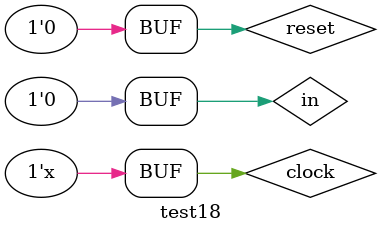
<source format=v>
module test18; 

reg clock, reset, in;
wire out;

  my_fsm U0 ( 
  .clock (clock),
  .reset (reset),
  .in    (in),
  .out  (out) 
  ); 
   
 
initial begin
  clock = 1;
  reset = 1;
  in = 0;
  $display("Starting simulation...");
  #2;
  reset = 0;
  #2;
  if (out !== 1'b0) $display("Failed 1"); 
  
  in = 0;
  #2;
  if (out !== 1'b0) $display("Failed 2");
  
  in = 0;  
  #2;
  if(out !== 1'b0) $display("Failed 3");
  
  in = 0;
  #2;
  if (out !== 1'b0) $display("Failed 4"); 
  
  #2;
  if (out !== 1'b0) $display("Failed 5");  
  $display("Done...");
end 
  

always begin
   #1 clock = !clock;
end
   
endmodule
</source>
